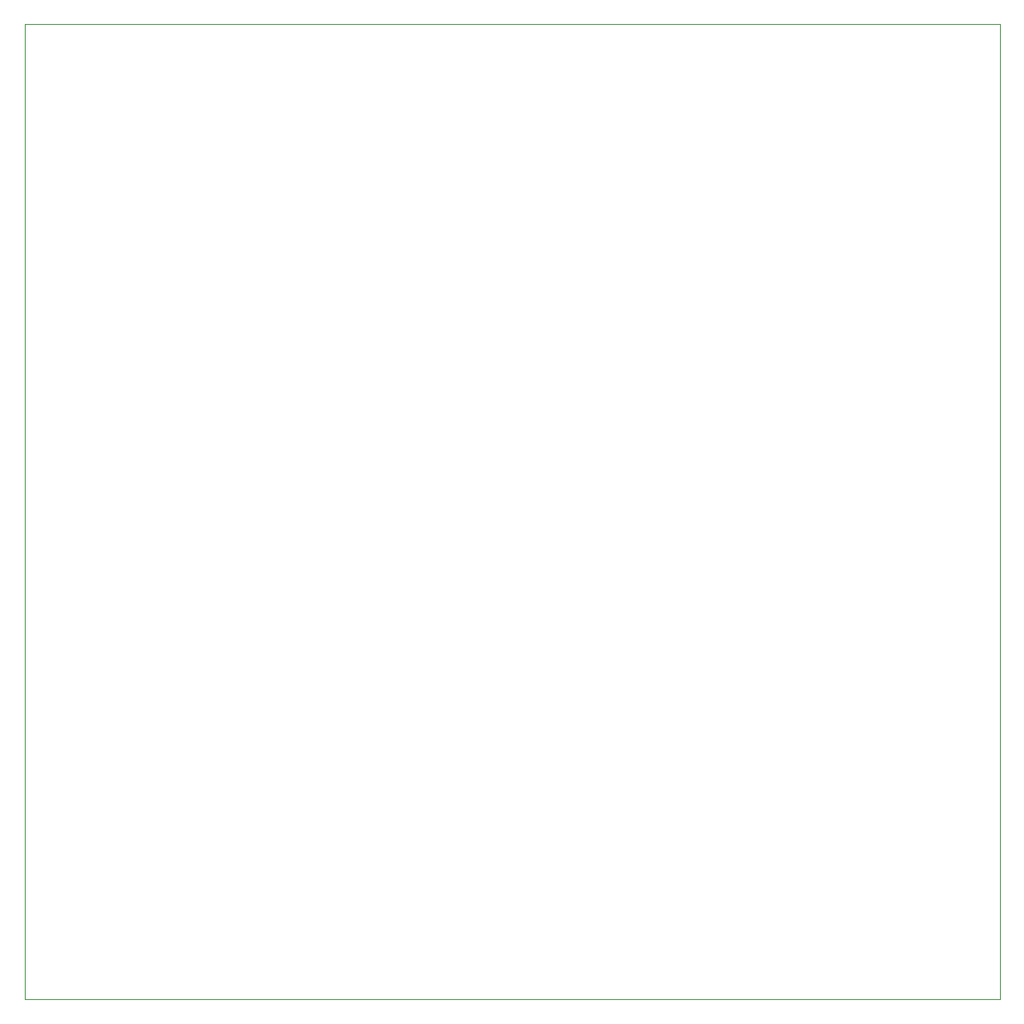
<source format=gbr>
G04 #@! TF.GenerationSoftware,KiCad,Pcbnew,(5.1.10)-1*
G04 #@! TF.CreationDate,2022-02-08T11:48:01+09:00*
G04 #@! TF.ProjectId,AnVCO,416e5643-4f2e-46b6-9963-61645f706362,Ver. 1.0*
G04 #@! TF.SameCoordinates,Original*
G04 #@! TF.FileFunction,Profile,NP*
%FSLAX46Y46*%
G04 Gerber Fmt 4.6, Leading zero omitted, Abs format (unit mm)*
G04 Created by KiCad (PCBNEW (5.1.10)-1) date 2022-02-08 11:48:01*
%MOMM*%
%LPD*%
G01*
G04 APERTURE LIST*
G04 #@! TA.AperFunction,Profile*
%ADD10C,0.100000*%
G04 #@! TD*
G04 APERTURE END LIST*
D10*
X84455000Y-50800000D02*
X184150000Y-50800000D01*
X84455000Y-150495000D02*
X84455000Y-50800000D01*
X184150000Y-150495000D02*
X84455000Y-150495000D01*
X184150000Y-50800000D02*
X184150000Y-150495000D01*
M02*

</source>
